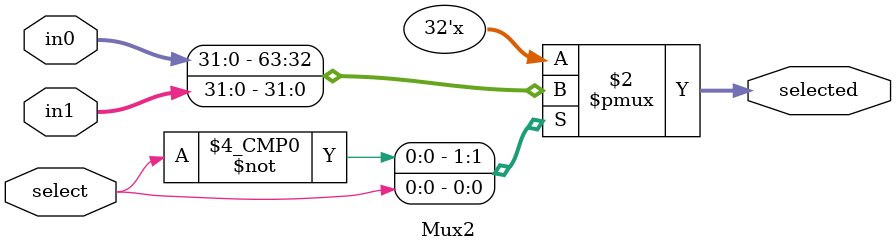
<source format=v>
module Mux2(
		input [31:0] in0,
		input [31:0] in1,
		input select,
		output reg[31:0] selected
	);
	always @(*) begin
		case(select)
			1'b0: selected = in0;
			1'b1: selected = in1;
		endcase
	end
endmodule

</source>
